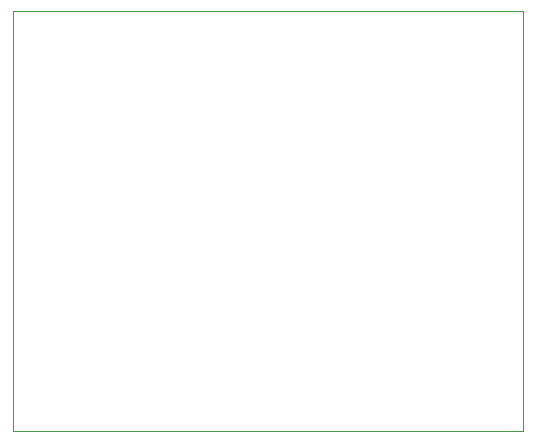
<source format=gbr>
%TF.GenerationSoftware,KiCad,Pcbnew,(6.0.5)*%
%TF.CreationDate,2022-07-17T17:30:09+01:00*%
%TF.ProjectId,wheelchairPCB,77686565-6c63-4686-9169-725043422e6b,rev?*%
%TF.SameCoordinates,Original*%
%TF.FileFunction,Profile,NP*%
%FSLAX46Y46*%
G04 Gerber Fmt 4.6, Leading zero omitted, Abs format (unit mm)*
G04 Created by KiCad (PCBNEW (6.0.5)) date 2022-07-17 17:30:09*
%MOMM*%
%LPD*%
G01*
G04 APERTURE LIST*
%TA.AperFunction,Profile*%
%ADD10C,0.100000*%
%TD*%
G04 APERTURE END LIST*
D10*
X190500000Y-83820000D02*
X147320000Y-83820000D01*
X147320000Y-48260000D01*
X190500000Y-48260000D01*
X190500000Y-83820000D01*
M02*

</source>
